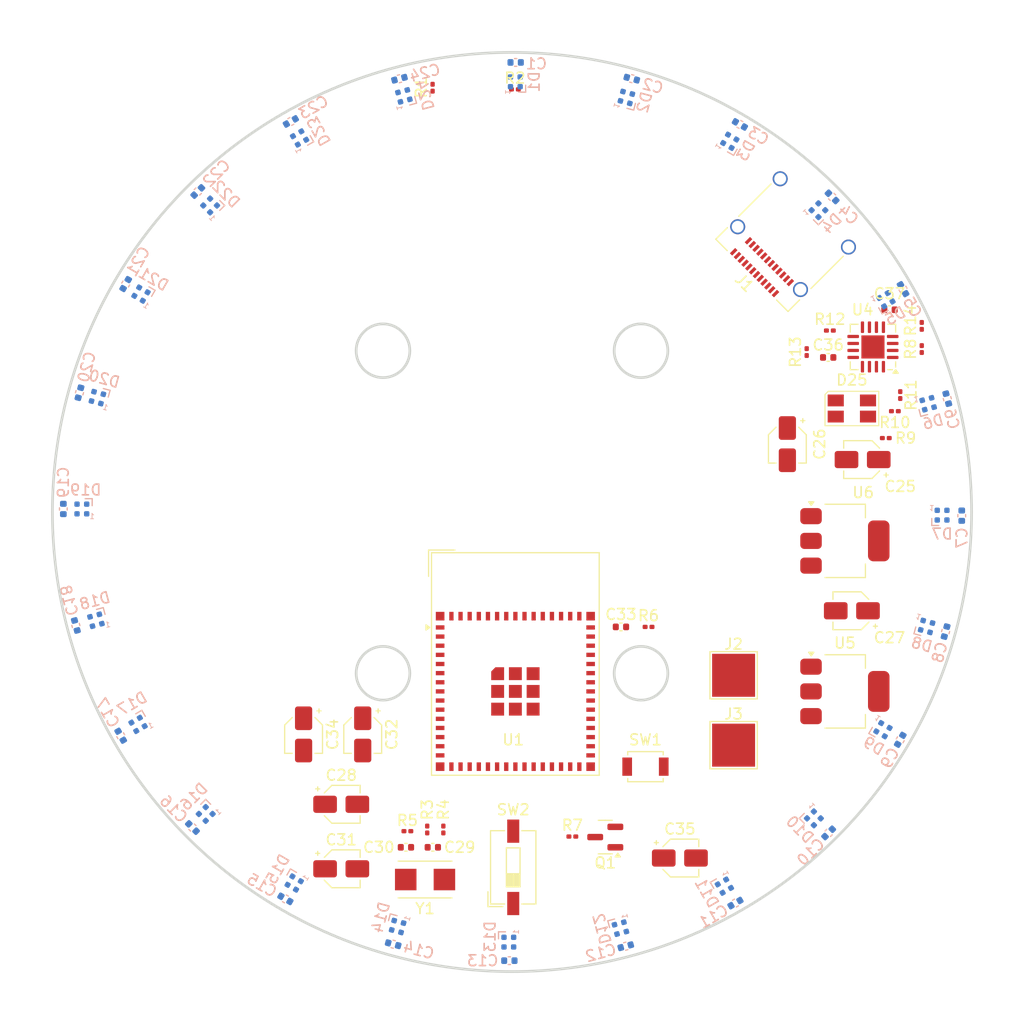
<source format=kicad_pcb>
(kicad_pcb (version 20240108) (generator "pcbnew") (generator_version "8.0")
  (layers (0 "F.Cu" signal) (31 "B.Cu" signal) (34 "B.Paste" user) (35 "F.Paste" user) (36 "B.SilkS" user "B.Silkscreen") (37 "F.SilkS" user "F.Silkscreen") (38 "B.Mask" user) (39 "F.Mask" user) (44 "Edge.Cuts" user))
  (net 0 "")
  (net 1 "GND")
  (net 2 "Net-(D1-DOUT)")
  (net 3 "Net-(D2-DOUT)")
  (net 4 "Net-(D3-DOUT)")
  (net 5 "Net-(D4-DOUT)")
  (net 6 "Net-(D5-DOUT)")
  (net 7 "Net-(D6-DOUT)")
  (net 8 "Net-(D7-DOUT)")
  (net 9 "Net-(D8-DOUT)")
  (net 10 "Net-(D10-DIN)")
  (net 11 "Net-(D10-DOUT)")
  (net 12 "Net-(D11-DOUT)")
  (net 13 "Net-(D12-DOUT)")
  (net 14 "Net-(D13-DOUT)")
  (net 15 "Net-(D14-DOUT)")
  (net 16 "Net-(D15-DOUT)")
  (net 17 "Net-(D16-DOUT)")
  (net 18 "Net-(D17-DOUT)")
  (net 19 "Net-(D18-DOUT)")
  (net 20 "Net-(D19-DOUT)")
  (net 21 "Net-(D20-DOUT)")
  (net 22 "Net-(D21-DOUT)")
  (net 23 "Net-(D22-DOUT)")
  (net 24 "Net-(D23-DOUT)")
  (net 60 "+BATT")
  (net 61 "/LED_Driver/+5V")
  (net 62 "/LED_Driver/DIN")
  (net 63 "/LED_Driver/DOUT")
  (net 64 "Net-(J1-VBUS-PadA4)")
  (net 67 "/+3.3V")
  (net 68 "Net-(D25-A)")
  (net 69 "Net-(D25-GK)")
  (net 70 "Net-(D25-BK)")
  (net 71 "Net-(D25-RK)")
  (net 72 "Net-(C33-Pad2)")
  (net 73 "Net-(U1-IO16)")
  (net 74 "Net-(Q1-G)")
  (net 75 "Net-(U1-EN)")
  (net 76 "Net-(U1-IO15)")
  (net 77 "Net-(SW2-C)")
  (net 80 "Net-(U4-~{CHRG})")
  (net 81 "Net-(U4-NTC)")
  (net 83 "Net-(U4-OUT)")
  (net 85 "Net-(U4-TIMER)")
  (net 86 "Net-(U4-CLPROG)")
  (net 87 "Net-(U4-PROG)")
  (net 88 "Net-(C29-Pad1)")
  (net 89 "Net-(C30-Pad1)")
  (net 90 "Net-(C37-Pad2)")
  (net 91 "Net-(Q1-S)")
  (footprint "Capacitor_SMD:CP_Elec_3x5.4" (layer "F.Cu") (at 23.5 63.5 -90)
    (property "Reference" "C34" (at 0 -2.7 90) (layer "F.SilkS"))
    (property "Value" "C_Polarized")
    (pad "1" smd roundrect (at -1.5 0 270) (size 2.2 1.6) (layers "F.Cu" "F.Paste" "F.Mask") (roundrect_rratio 0.15625) (net 61 "/LED_Driver/+5V"))
    (pad "2" smd roundrect (at 1.5 0 270) (size 2.2 1.6) (layers "F.Cu" "F.Paste" "F.Mask") (roundrect_rratio 0.15625) (net 1 "GND"))
  )
  (footprint "Capacitor_SMD:CP_Elec_3x5.4" (layer "F.Cu") (at 75.5 37.935 180)
    (property "Reference" "C25" (at -3.5 -2.5 0) (layer "F.SilkS"))
    (property "Value" "C_Polarized")
    (pad "1" smd roundrect (at -1.5 0 180) (size 2.2 1.6) (layers "F.Cu" "F.Paste" "F.Mask") (roundrect_rratio 0.15625) (net 61 "/LED_Driver/+5V"))
    (pad "2" smd roundrect (at 1.5 0 180) (size 2.2 1.6) (layers "F.Cu" "F.Paste" "F.Mask") (roundrect_rratio 0.15625) (net 1 "GND"))
  )
  (footprint "Capacitor_SMD:C_0402_1005Metric" (layer "F.Cu") (at 33.02 74)
    (property "Reference" "C30" (at -2.52 0 0) (layer "F.SilkS"))
    (property "Value" "C")
    (pad "1" smd roundrect (at -0.48 0) (size 0.56 0.62) (layers "F.Cu" "F.Paste" "F.Mask") (net 89 "Net-(C30-Pad1)"))
    (pad "2" smd roundrect (at 0.48 0) (size 0.56 0.62) (layers "F.Cu" "F.Paste" "F.Mask") (net 1 "GND"))
  )
  (footprint "Capacitor_SMD:C_0402_1005Metric" (layer "F.Cu") (at 35.52 74 180)
    (property "Reference" "C29" (at -2.5 0 0) (layer "F.SilkS"))
    (property "Value" "C")
    (pad "1" smd roundrect (at -0.48 0 180) (size 0.56 0.62) (layers "F.Cu" "F.Paste" "F.Mask") (net 88 "Net-(C29-Pad1)"))
    (pad "2" smd roundrect (at 0.48 0 180) (size 0.56 0.62) (layers "F.Cu" "F.Paste" "F.Mask") (net 1 "GND"))
  )
  (footprint "Resistor_SMD:R_0201_0603Metric" (layer "F.Cu") (at 70.2975 27.935 90)
    (property "Reference" "R13" (at 0 -1.05 90) (layer "F.SilkS"))
    (property "Value" "97.6k")
    (pad "1" smd roundrect (at -0.32 0 90) (size 0.46 0.4) (layers "F.Cu" "F.Mask") (net 1 "GND"))
    (pad "2" smd roundrect (at 0.32 0 90) (size 0.46 0.4) (layers "F.Cu" "F.Mask") (net 87 "Net-(U4-PROG)"))
  )
  (footprint "Resistor_SMD:R_0201_0603Metric" (layer "F.Cu") (at 33.155 72.5)
    (property "Reference" "R5" (at 0 -1 0) (layer "F.SilkS"))
    (property "Value" "R")
    (pad "1" smd roundrect (at -0.32 0) (size 0.46 0.4) (layers "F.Cu" "F.Mask") (net 89 "Net-(C30-Pad1)"))
    (pad "2" smd roundrect (at 0.32 0) (size 0.46 0.4) (layers "F.Cu" "F.Mask") (net 73 "Net-(U1-IO16)"))
  )
  (footprint "Resistor_SMD:R_0201_0603Metric" (layer "F.Cu") (at 36.5 72.345 90)
    (property "Reference" "R4" (at 1.845 0 90) (layer "F.SilkS"))
    (property "Value" "R")
    (pad "1" smd roundrect (at -0.32 0 90) (size 0.46 0.4) (layers "F.Cu" "F.Mask") (net 88 "Net-(C29-Pad1)"))
    (pad "2" smd roundrect (at 0.32 0 90) (size 0.46 0.4) (layers "F.Cu" "F.Mask") (net 76 "Net-(U1-IO15)"))
  )
  (footprint "LED_SMD:LED_Avago_PLCC4_3.2x2.8mm_CW" (layer "F.Cu") (at 74.5 33.185)
    (property "Reference" "D25" (at 0 -2.65 0) (layer "F.SilkS"))
    (property "Value" "ASMB-MTB0-0A3A2")
    (pad "1" smd rect (at -1.5 -0.75) (size 1.5 1.1) (layers "F.Cu" "F.Paste" "F.Mask") (net 68 "Net-(D25-A)"))
    (pad "2" smd rect (at 1.5 -0.75) (size 1.5 1.1) (layers "F.Cu" "F.Paste" "F.Mask") (net 70 "Net-(D25-BK)"))
    (pad "3" smd rect (at 1.5 0.75) (size 1.5 1.1) (layers "F.Cu" "F.Paste" "F.Mask") (net 69 "Net-(D25-GK)"))
    (pad "4" smd rect (at -1.5 0.75) (size 1.5 1.1) (layers "F.Cu" "F.Paste" "F.Mask") (net 71 "Net-(D25-RK)"))
  )
  (footprint "Capacitor_SMD:CP_Elec_3x5.4" (layer "F.Cu") (at 29 63.5 -90)
    (property "Reference" "C32" (at 0 -2.7 90) (layer "F.SilkS"))
    (property "Value" "10nF")
    (pad "1" smd roundrect (at -1.5 0 270) (size 2.2 1.6) (layers "F.Cu" "F.Paste" "F.Mask") (roundrect_rratio 0.15625) (net 67 "/+3.3V"))
    (pad "2" smd roundrect (at 1.5 0 270) (size 2.2 1.6) (layers "F.Cu" "F.Paste" "F.Mask") (roundrect_rratio 0.15625) (net 1 "GND"))
  )
  (footprint "Resistor_SMD:R_0201_0603Metric" (layer "F.Cu") (at 72.4525 25.935)
    (property "Reference" "R12" (at 0 -1.05 0) (layer "F.SilkS"))
    (property "Value" "97.6k")
    (pad "1" smd roundrect (at -0.32 0) (size 0.46 0.4) (layers "F.Cu" "F.Mask") (net 1 "GND"))
    (pad "2" smd roundrect (at 0.32 0) (size 0.46 0.4) (layers "F.Cu" "F.Mask") (net 86 "Net-(U4-CLPROG)"))
  )
  (footprint "Resistor_SMD:R_0201_0603Metric" (layer "F.Cu") (at 78.5 33.435 180)
    (property "Reference" "R10" (at 0 -1.05 0) (layer "F.SilkS"))
    (property "Value" "R")
    (pad "1" smd roundrect (at -0.32 0 180) (size 0.46 0.4) (layers "F.Cu" "F.Mask") (net 80 "Net-(U4-~{CHRG})"))
    (pad "2" smd roundrect (at 0.32 0 180) (size 0.46 0.4) (layers "F.Cu" "F.Mask") (net 69 "Net-(D25-GK)"))
  )
  (footprint "Capacitor_SMD:CP_Elec_3x5.4" (layer "F.Cu") (at 68.5 36.5 -90)
    (property "Reference" "C26" (at 0 -3 90) (layer "F.SilkS"))
    (property "Value" "C_Polarized")
    (pad "1" smd roundrect (at -1.5 0 270) (size 2.2 1.6) (layers "F.Cu" "F.Paste" "F.Mask") (roundrect_rratio 0.15625) (net 68 "Net-(D25-A)"))
    (pad "2" smd roundrect (at 1.5 0 270) (size 2.2 1.6) (layers "F.Cu" "F.Paste" "F.Mask") (roundrect_rratio 0.15625) (net 1 "GND"))
  )
  (footprint "Crystal:Crystal_SMD_Qantek_QC5CB-2Pin_5x3.2mm" (layer "F.Cu") (at 34.8 77 180)
    (property "Reference" "Y1" (at 0 -2.7 0) (layer "F.SilkS"))
    (property "Value" "Crystal")
    (pad "1" smd rect (at -1.8 0 180) (size 2 2) (layers "F.Cu" "F.Paste" "F.Mask") (net 88 "Net-(C29-Pad1)"))
    (pad "2" smd rect (at 1.8 0 180) (size 2 2) (layers "F.Cu" "F.Paste" "F.Mask") (net 89 "Net-(C30-Pad1)"))
  )
  (footprint "Package_TO_SOT_SMD:SOT-223-3_TabPin2" (layer "F.Cu") (at 73.85 45.5)
    (property "Reference" "U6" (at 1.7025 -4.5 0) (layer "F.SilkS"))
    (property "Value" "AMS1117-5.0")
    (pad "1" smd roundrect (at -3.15 -2.3) (size 2 1.5) (layers "F.Cu" "F.Paste" "F.Mask") (net 1 "GND"))
    (pad "2" smd roundrect (at -3.15 0) (size 2 1.5) (layers "F.Cu" "F.Paste" "F.Mask") (net 61 "/LED_Driver/+5V"))
    (pad "2" smd roundrect (at 3.15 0) (size 2 3.8) (layers "F.Cu" "F.Paste" "F.Mask") (net 61 "/LED_Driver/+5V"))
    (pad "3" smd roundrect (at -3.15 2.3) (size 2 1.5) (layers "F.Cu" "F.Paste" "F.Mask") (net 68 "Net-(D25-A)"))
  )
  (footprint "Capacitor_SMD:C_0402_1005Metric" (layer "F.Cu") (at 78 24)
    (property "Reference" "C37" (at 0 -1.5 0) (layer "F.SilkS"))
    (property "Value" "100nF")
    (pad "1" smd roundrect (at -0.48 0) (size 0.56 0.62) (layers "F.Cu" "F.Paste" "F.Mask") (net 1 "GND"))
    (pad "2" smd roundrect (at 0.48 0) (size 0.56 0.62) (layers "F.Cu" "F.Paste" "F.Mask") (net 90 "Net-(C37-Pad2)"))
  )
  (footprint "Capacitor_SMD:CP_Elec_3x5.4" (layer "F.Cu") (at 74.5 52 180)
    (property "Reference" "C27" (at -3.5 -2.5 0) (layer "F.SilkS"))
    (property "Value" "C_Polarized")
    (pad "1" smd roundrect (at -1.5 0 180) (size 2.2 1.6) (layers "F.Cu" "F.Paste" "F.Mask") (roundrect_rratio 0.15625) (net 67 "/+3.3V"))
    (pad "2" smd roundrect (at 1.5 0 180) (size 2.2 1.6) (layers "F.Cu" "F.Paste" "F.Mask") (roundrect_rratio 0.15625) (net 1 "GND"))
  )
  (footprint "Button_Switch_SMD:SW_SPST_B3U-1000P" (layer "F.Cu") (at 55.3 66.5)
    (property "Reference" "SW1" (at 0 -2.5 0) (layer "F.SilkS"))
    (property "Value" "SW_Push")
    (pad "1" smd rect (at -1.7 0) (size 0.9 1.7) (layers "F.Cu" "F.Paste" "F.Mask") (net 1 "GND"))
    (pad "2" smd rect (at 1.7 0) (size 0.9 1.7) (layers "F.Cu" "F.Paste" "F.Mask") (net 72 "Net-(C33-Pad2)"))
  )
  (footprint "Capacitor_SMD:C_0402_1005Metric" (layer "F.Cu") (at 53.02 53.5)
    (property "Reference" "C33" (at 0 -1.16 0) (layer "F.SilkS"))
    (property "Value" "C")
    (pad "1" smd roundrect (at -0.48 0) (size 0.56 0.62) (layers "F.Cu" "F.Paste" "F.Mask") (net 1 "GND"))
    (pad "2" smd roundrect (at 0.48 0) (size 0.56 0.62) (layers "F.Cu" "F.Paste" "F.Mask") (net 72 "Net-(C33-Pad2)"))
  )
  (footprint "Package_TO_SOT_SMD:SOT-23" (layer "F.Cu") (at 51.5625 73.05 180)
    (property "Reference" "Q1" (at 0 -2.4 0) (layer "F.SilkS"))
    (property "Value" "Q_NMOS_DGS")
    (pad "1" smd roundrect (at -0.9375 -0.95 180) (size 1.475 0.6) (layers "F.Cu" "F.Paste" "F.Mask") (net 61 "/LED_Driver/+5V"))
    (pad "2" smd roundrect (at -0.9375 0.95 180) (size 1.475 0.6) (layers "F.Cu" "F.Paste" "F.Mask") (net 74 "Net-(Q1-G)"))
    (pad "3" smd roundrect (at 0.9375 0 180) (size 1.475 0.6) (layers "F.Cu" "F.Paste" "F.Mask") (net 91 "Net-(Q1-S)"))
  )
  (footprint "Resistor_SMD:R_0201_0603Metric" (layer "F.Cu") (at 81 27.655 90)
    (property "Reference" "R8" (at 0 -1.05 90) (layer "F.SilkS"))
    (property "Value" "R")
    (pad "1" smd roundrect (at -0.32 0 90) (size 0.46 0.4) (layers "F.Cu" "F.Mask") (net 68 "Net-(D25-A)"))
    (pad "2" smd roundrect (at 0.32 0 90) (size 0.46 0.4) (layers "F.Cu" "F.Mask") (net 83 "Net-(U4-OUT)"))
  )
  (footprint "Capacitor_SMD:CP_Elec_3x5.4" (layer "F.Cu") (at 58.5 75)
    (property "Reference" "C35" (at 0 -2.7 0) (layer "F.SilkS"))
    (property "Value" "10uF")
    (pad "1" smd roundrect (at -1.5 0) (size 2.2 1.6) (layers "F.Cu" "F.Paste" "F.Mask") (roundrect_rratio 0.15625) (net 68 "Net-(D25-A)"))
    (pad "2" smd roundrect (at 1.5 0) (size 2.2 1.6) (layers "F.Cu" "F.Paste" "F.Mask") (roundrect_rratio 0.15625) (net 1 "GND"))
  )
  (footprint "Capacitor_SMD:CP_Elec_3x5.4" (layer "F.Cu") (at 27 70)
    (property "Reference" "C28" (at 0 -2.7 0) (layer "F.SilkS"))
    (property "Value" "C_Polarized")
    (pad "1" smd roundrect (at -1.5 0) (size 2.2 1.6) (layers "F.Cu" "F.Paste" "F.Mask") (roundrect_rratio 0.15625) (net 68 "Net-(D25-A)"))
    (pad "2" smd roundrect (at 1.5 0) (size 2.2 1.6) (layers "F.Cu" "F.Paste" "F.Mask") (roundrect_rratio 0.15625) (net 1 "GND"))
  )
  (footprint "Resistor_SMD:R_0201_0603Metric" (layer "F.Cu") (at 81 25.5 90)
    (property "Reference" "R14" (at 0.5 -1.05 90) (layer "F.SilkS"))
    (property "Value" "1")
    (pad "1" smd roundrect (at -0.32 0 90) (size 0.46 0.4) (layers "F.Cu" "F.Mask") (net 64 "Net-(J1-VBUS-PadA4)"))
    (pad "2" smd roundrect (at 0.32 0 90) (size 0.46 0.4) (layers "F.Cu" "F.Mask") (net 90 "Net-(C37-Pad2)"))
  )
  (footprint "Resistor_SMD:R_0201_0603Metric" (layer "F.Cu") (at 35.5 3.345 90)
    (property "Reference" "R1" (at 0 -1.05 90) (layer "F.SilkS"))
    (property "Value" "R")
    (pad "1" smd roundrect (at -0.32 0 90) (size 0.46 0.4) (layers "F.Cu" "F.Mask") (net 63 "/LED_Driver/DOUT"))
    (pad "2" smd roundrect (at 0.32 0 90) (size 0.46 0.4) (layers "F.Cu" "F.Mask") (net 1 "GND"))
  )
  (footprint "TestPoint:TestPoint_Pad_4.0x4.0mm" (layer "F.Cu") (at 63.5 64.5)
    (property "Reference" "J3" (at 0 -2.898 0) (layer "F.SilkS"))
    (property "Value" "Conn_01x01")
    (pad "1" smd rect (at 0 0) (size 4 4) (layers "F.Cu" "F.Mask") (net 1 "GND"))
  )
  (footprint "Resistor_SMD:R_0201_0603Metric" (layer "F.Cu") (at 43.155 3.5)
    (property "Reference" "R2" (at 0 -1.05 0) (layer "F.SilkS"))
    (property "Value" "R")
    (pad "1" smd roundrect (at -0.32 0) (size 0.46 0.4) (layers "F.Cu" "F.Mask") (net 91 "Net-(Q1-S)"))
    (pad "2" smd roundrect (at 0.32 0) (size 0.46 0.4) (layers "F.Cu" "F.Mask") (net 62 "/LED_Driver/DIN"))
  )
  (footprint "TestPoint:TestPoint_Pad_4.0x4.0mm" (layer "F.Cu") (at 63.5 58)
    (property "Reference" "J2" (at 0 -2.898 0) (layer "F.SilkS"))
    (property "Value" "Conn_01x01")
    (pad "1" smd rect (at 0 0) (size 4 4) (layers "F.Cu" "F.Mask") (net 60 "+BATT"))
  )
  (footprint "Capacitor_SMD:C_0402_1005Metric" (layer "F.Cu") (at 72.2975 28.435)
    (property "Reference" "C36" (at 0 -1.16 0) (layer "F.SilkS"))
    (property "Value" "100nF")
    (pad "1" smd roundrect (at -0.48 0) (size 0.56 0.62) (layers "F.Cu" "F.Paste" "F.Mask") (net 1 "GND"))
    (pad "2" smd roundrect (at 0.48 0) (size 0.56 0.62) (layers "F.Cu" "F.Paste" "F.Mask") (net 85 "Net-(U4-TIMER)"))
  )
  (footprint "Package_DFN_QFN:QFN-16-1EP_4x4mm_P0.65mm_EP2.15x2.15mm" (layer "F.Cu") (at 76.46 27.46 180)
    (property "Reference" "U4" (at 0.96 3.46 0) (layer "F.SilkS"))
    (property "Value" "LTC4055")
    (pad "1" smd roundrect (at -1.8375 -0.975 180) (size 1.075 0.3) (layers "F.Cu" "F.Paste" "F.Mask") (net 64 "Net-(J1-VBUS-PadA4)"))
    (pad "2" smd roundrect (at -1.8375 -0.325 180) (size 1.075 0.3) (layers "F.Cu" "F.Paste" "F.Mask") (net 60 "+BATT"))
    (pad "3" smd roundrect (at -1.8375 0.325 180) (size 1.075 0.3) (layers "F.Cu" "F.Paste" "F.Mask") (net 83 "Net-(U4-OUT)"))
    (pad "4" smd roundrect (at -1.8375 0.975 180) (size 1.075 0.3) (layers "F.Cu" "F.Paste" "F.Mask") (net 64 "Net-(J1-VBUS-PadA4)"))
    (pad "5" smd roundrect (at -0.975 1.8375 180) (size 0.3 1.075) (layers "F.Cu" "F.Paste" "F.Mask") (net 81 "Net-(U4-NTC)"))
    (pad "6" smd roundrect (at -0.325 1.8375 180) (size 0.3 1.075) (layers "F.Cu" "F.Paste" "F.Mask") (net 81 "Net-(U4-NTC)"))
    (pad "7" smd roundrect (at 0.325 1.8375 180) (size 0.3 1.075) (layers "F.Cu" "F.Paste" "F.Mask"))
    (pad "8" smd roundrect (at 0.975 1.8375 180) (size 0.3 1.075) (layers "F.Cu" "F.Paste" "F.Mask"))
    (pad "9" smd roundrect (at 1.8375 0.975 180) (size 1.075 0.3) (layers "F.Cu" "F.Paste" "F.Mask") (net 86 "Net-(U4-CLPROG)"))
    (pad "10" smd roundrect (at 1.8375 0.325 180) (size 1.075 0.3) (layers "F.Cu" "F.Paste" "F.Mask") (net 1 "GND"))
    (pad "11" smd roundrect (at 1.8375 -0.325 180) (size 1.075 0.3) (layers "F.Cu" "F.Paste" "F.Mask") (net 87 "Net-(U4-PROG)"))
    (pad "12" smd roundrect (at 1.8375 -0.975 180) (size 1.075 0.3) (layers "F.Cu" "F.Paste" "F.Mask") (net 85 "Net-(U4-TIMER)"))
    (pad "13" smd roundrect (at 0.975 -1.8375 180) (size 0.3 1.075) (layers "F.Cu" "F.Paste" "F.Mask"))
    (pad "14" smd roundrect (at 0.325 -1.8375 180) (size 0.3 1.075) (layers "F.Cu" "F.Paste" "F.Mask") (net 80 "Net-(U4-~{CHRG})"))
    (pad "15" smd roundrect (at -0.325 -1.8375 180) (size 0.3 1.075) (layers "F.Cu" "F.Paste" "F.Mask"))
    (pad "16" smd roundrect (at -0.975 -1.8375 180) (size 0.3 1.075) (layers "F.Cu" "F.Paste" "F.Mask") (net 81 "Net-(U4-NTC)"))
    (pad "17" smd rect (at 0 0 180) (size 2.15 2.15) (property pad_prop_heatsink) (layers "F.Cu" "F.Mask") (net 1 "GND"))
  )
  (footprint "Resistor_SMD:R_0201_0603Metric" (layer "F.Cu") (at 77.655 35.935 180)
    (property "Reference" "R9" (at -1.845 0 0) (layer "F.SilkS"))
    (property "Value" "R")
    (pad "1" smd roundrect (at -0.32 0 180) (size 0.46 0.4) (layers "F.Cu" "F.Mask") (net 80 "Net-(U4-~{CHRG})"))
    (pad "2" smd roundrect (at 0.32 0 180) (size 0.46 0.4) (layers "F.Cu" "F.Mask") (net 71 "Net-(D25-RK)"))
  )
  (footprint "Package_TO_SOT_SMD:SOT-223-3_TabPin2" (layer "F.Cu") (at 73.85 59.5)
    (property "Reference" "U5" (at 0 -4.5 0) (layer "F.SilkS"))
    (property "Value" "AMS1117-3.3")
    (pad "1" smd roundrect (at -3.15 -2.3) (size 2 1.5) (layers "F.Cu" "F.Paste" "F.Mask") (net 1 "GND"))
    (pad "2" smd roundrect (at -3.15 0) (size 2 1.5) (layers "F.Cu" "F.Paste" "F.Mask") (net 67 "/+3.3V"))
    (pad "2" smd roundrect (at 3.15 0) (size 2 3.8) (layers "F.Cu" "F.Paste" "F.Mask") (net 67 "/+3.3V"))
    (pad "3" smd roundrect (at -3.15 2.3) (size 2 1.5) (layers "F.Cu" "F.Paste" "F.Mask") (net 68 "Net-(D25-A)"))
  )
  (footprint "Resistor_SMD:R_0201_0603Metric" (layer "F.Cu") (at 48.5 73)
    (property "Reference" "R7" (at 0 -1.05 0) (layer "F.SilkS"))
    (property "Value" "R")
    (pad "1" smd roundrect (at -0.32 0) (size 0.46 0.4) (layers "F.Cu" "F.Mask") (net 1 "GND"))
    (pad "2" smd roundrect (at 0.32 0) (size 0.46 0.4) (layers "F.Cu" "F.Mask") (net 91 "Net-(Q1-S)"))
  )
  (footprint "Resistor_SMD:R_0201_0603Metric" (layer "F.Cu") (at 79 31.935 90)
    (property "Reference" "R11" (at 0 1 90) (layer "F.SilkS"))
    (property "Value" "R")
    (pad "1" smd roundrect (at -0.32 0 90) (size 0.46 0.4) (layers "F.Cu" "F.Mask") (net 80 "Net-(U4-~{CHRG})"))
    (pad "2" smd roundrect (at 0.32 0 90) (size 0.46 0.4) (layers "F.Cu" "F.Mask") (net 70 "Net-(D25-BK)"))
  )
  (footprint "Resistor_SMD:R_0201_0603Metric" (layer "F.Cu") (at 35 72.345 -90)
    (property "Reference" "R3" (at -1.845 0 90) (layer "F.SilkS"))
    (property "Value" "R")
    (pad "1" smd roundrect (at -0.32 0 270) (size 0.46 0.4) (layers "F.Cu" "F.Mask") (net 88 "Net-(C29-Pad1)"))
    (pad "2" smd roundrect (at 0.32 0 270) (size 0.46 0.4) (layers "F.Cu" "F.Mask") (net 89 "Net-(C30-Pad1)"))
  )
  (footprint "RF_Module:ESP32-S2-MINI-1" (layer "F.Cu") (at 43.2 56.95)
    (property "Reference" "U1" (at -0.2 7.05 0) (layer "F.SilkS"))
    (property "Value" "ESP32-S3-MINI-1")
    (pad "1" smd rect (at -7 -3.4) (size 0.8 0.4) (layers "F.Cu" "F.Paste" "F.Mask") (net 1 "GND"))
    (pad "2" smd rect (at -7 -2.55) (size 0.8 0.4) (layers "F.Cu" "F.Paste" "F.Mask") (net 1 "GND"))
    (pad "3" smd rect (at -7 -1.7) (size 0.8 0.4) (layers "F.Cu" "F.Paste" "F.Mask") (net 67 "/+3.3V"))
    (pad "4" smd rect (at -7 -0.85) (size 0.8 0.4) (layers "F.Cu" "F.Paste" "F.Mask") (net 77 "Net-(SW2-C)"))
    (pad "5" smd rect (at -7 0) (size 0.8 0.4) (layers "F.Cu" "F.Paste" "F.Mask"))
    (pad "6" smd rect (at -7 0.85) (size 0.8 0.4) (layers "F.Cu" "F.Paste" "F.Mask"))
    (pad "7" smd rect (at -7 1.7) (size 0.8 0.4) (layers "F.Cu" "F.Paste" "F.Mask"))
    (pad "8" smd rect (at -7 2.55) (size 0.8 0.4) (layers "F.Cu" "F.Paste" "F.Mask"))
    (pad "9" smd rect (at -7 3.4) (size 0.8 0.4) (layers "F.Cu" "F.Paste" "F.Mask"))
    (pad "10" smd rect (at -7 4.25) (size 0.8 0.4) (layers "F.Cu" "F.Paste" "F.Mask"))
    (pad "11" smd rect (at -7 5.1) (size 0.8 0.4) (layers "F.Cu" "F.Paste" "F.Mask"))
    (pad "12" smd rect (at -7 5.95) (size 0.8 0.4) (layers "F.Cu" "F.Paste" "F.Mask"))
    (pad "13" smd rect (at -7 6.8) (size 0.8 0.4) (layers "F.Cu" "F.Paste" "F.Mask"))
    (pad "14" smd rect (at -7 7.65) (size 0.8 0.4) (layers "F.Cu" "F.Paste" "F.Mask"))
    (pad "15" smd rect (at -7 8.5) (size 0.8 0.4) (layers "F.Cu" "F.Paste" "F.Mask"))
    (pad "16" smd rect (at -5.95 9.55 90) (size 0.8 0.4) (layers "F.Cu" "F.Paste" "F.Mask"))
    (pad "17" smd rect (at -5.1 9.55 90) (size 0.8 0.4) (layers "F.Cu" "F.Paste" "F.Mask"))
    (pad "18" smd rect (at -4.25 9.55 90) (size 0.8 0.4) (layers "F.Cu" "F.Paste" "F.Mask"))
    (pad "19" smd rect (at -3.4 9.55 90) (size 0.8 0.4) (layers "F.Cu" "F.Paste" "F.Mask") (net 76 "Net-(U1-IO15)"))
    (pad "20" smd rect (at -2.55 9.55 90) (size 0.8 0.4) (layers "F.Cu" "F.Paste" "F.Mask") (net 73 "Net-(U1-IO16)"))
    (pad "21" smd rect (at -1.7 9.55 90) (size 0.8 0.4) (layers "F.Cu" "F.Paste" "F.Mask"))
    (pad "22" smd rect (at -0.85 9.55 90) (size 0.8 0.4) (layers "F.Cu" "F.Paste" "F.Mask"))
    (pad "23" smd rect (at 0 9.55 90) (size 0.8 0.4) (layers "F.Cu" "F.Paste" "F.Mask"))
    (pad "24" smd rect (at 0.85 9.55 90) (size 0.8 0.4) (layers "F.Cu" "F.Paste" "F.Mask"))
    (pad "25" smd rect (at 1.7 9.55 90) (size 0.8 0.4) (layers "F.Cu" "F.Paste" "F.Mask") (net 74 "Net-(Q1-G)"))
    (pad "26" smd rect (at 2.55 9.55 90) (size 0.8 0.4) (layers "F.Cu" "F.Paste" "F.Mask"))
    (pad "27" smd rect (at 3.4 9.55 90) (size 0.8 0.4) (layers "F.Cu" "F.Paste" "F.Mask"))
    (pad "28" smd rect (at 4.25 9.55 90) (size 0.8 0.4) (layers "F.Cu" "F.Paste" "F.Mask"))
    (pad "29" smd rect (at 5.1 9.55 90) (size 0.8 0.4) (layers "F.Cu" "F.Paste" "F.Mask"))
    (pad "30" smd rect (at 5.95 9.55 90) (size 0.8 0.4) (layers "F.Cu" "F.Paste" "F.Mask"))
    (pad "31" smd rect (at 7 8.5) (size 0.8 0.4) (layers "F.Cu" "F.Paste" "F.Mask"))
    (pad "32" smd rect (at 7 7.65) (size 0.8 0.4) (layers "F.Cu" "F.Paste" "F.Mask"))
    (pad "33" smd rect (at 7 6.8) (size 0.8 0.4) (layers "F.Cu" "F.Paste" "F.Mask"))
    (pad "34" smd rect (at 7 5.95) (size 0.8 0.4) (layers "F.Cu" "F.Paste" "F.Mask"))
    (pad "35" smd rect (at 7 5.1) (size 0.8 0.4) (layers "F.Cu" "F.Paste" "F.Mask"))
    (pad "36" smd rect (at 7 4.25) (size 0.8 0.4) (layers "F.Cu" "F.Paste" "F.Mask"))
    (pad "37" smd rect (at 7 3.4) (size 0.8 0.4) (layers "F.Cu" "F.Paste" "F.Mask"))
    (pad "38" smd rect (at 7 2.55) (size 0.8 0.4) (layers "F.Cu" "F.Paste" "F.Mask"))
    (pad "39" smd rect (at 7 1.7) (size 0.8 0.4) (layers "F.Cu" "F.Paste" "F.Mask"))
    (pad "40" smd rect (at 7 0.85) (size 0.8 0.4) (layers "F.Cu" "F.Paste" "F.Mask"))
    (pad "41" smd rect (at 7 0) (size 0.8 0.4) (layers "F.Cu" "F.Paste" "F.Mask"))
    (pad "42" smd rect (at 7 -0.85) (size 0.8 0.4) (layers "F.Cu" "F.Paste" "F.Mask") (net 1 "GND"))
    (pad "43" smd rect (at 7 -1.7) (size 0.8 0.4) (layers "F.Cu" "F.Paste" "F.Mask") (net 1 "GND"))
    (pad "44" smd rect (at 7 -2.55) (size 0.8 0.4) (layers "F.Cu" "F.Paste" "F.Mask"))
    (pad "45" smd rect (at 7 -3.4) (size 0.8 0.4) (layers "F.Cu" "F.Paste" "F.Mask") (net 75 "Net-(U1-EN)"))
    (pad "46" smd rect (at 5.95 -4.45 90) (size 0.8 0.4) (layers "F.Cu" "F.Paste" "F.Mask") (net 1 "GND"))
    (pad "47" smd rect (at 5.1 -4.45 90) (size 0.8 0.4) (layers "F.Cu" "F.Paste" "F.Mask") (net 1 "GND"))
    (pad "48" smd rect (at 4.25 -4.45 90) (size 0.8 0.4) (layers "F.Cu" "F.Paste" "F.Mask") (net 1 "GND"))
    (pad "49" smd rect (at 3.4 -4.45 90) (size 0.8 0.4) (layers "F.Cu" "F.Paste" "F.Mask") (net 1 "GND"))
    (pad "50" smd rect (at 2.55 -4.45 90) (size 0.8 0.4) (layers "F.Cu" "F.Paste" "F.Mask") (net 1 "GND"))
    (pad "51" smd rect (at 1.7 -4.45 90) (size 0.8 0.4) (layers "F.Cu" "F.Paste" "F.Mask") (net 1 "GND"))
    (pad "52" smd rect (at 0.85 -4.45 90) (size 0.8 0.4) (layers "F.Cu" "F.Paste" "F.Mask") (net 1 "GND"))
    (pad "53" smd rect (at 0 -4.45 90) (size 0.8 0.4) (layers "F.Cu" "F.Paste" "F.Mask") (net 1 "GND"))
    (pad "54" smd rect (at -0.85 -4.45 90) (size 0.8 0.4) (layers "F.Cu" "F.Paste" "F.Mask") (net 1 "GND"))
    (pad "55" smd rect (at -1.7 -4.45 90) (size 0.8 0.4) (layers "F.Cu" "F.Paste" "F.Mask") (net 1 "GND"))
    (pad "56" smd rect (at -2.55 -4.45 90) (size 0.8 0.4) (layers "F.Cu" "F.Paste" "F.Mask") (net 1 "GND"))
    (pad "57" smd rect (at -3.4 -4.45 90) (size 0.8 0.4) (layers "F.Cu" "F.Paste" "F.Mask") (net 1 "GND"))
    (pad "58" smd rect (at -4.25 -4.45 90) (size 0.8 0.4) (layers "F.Cu" "F.Paste" "F.Mask") (net 1 "GND"))
    (pad "59" smd rect (at -5.1 -4.45 90) (size 0.8 0.4) (layers "F.Cu" "F.Paste" "F.Mask") (net 1 "GND"))
    (pad "60" smd rect (at -5.95 -4.45 90) (size 0.8 0.4) (layers "F.Cu" "F.Paste" "F.Mask") (net 1 "GND"))
    (pad "61" smd roundrect (at -1.65 0.9) (size 1.2 1.2) (layers "F.Cu" "F.Paste" "F.Mask") (roundrect_rratio 0) (chamfer_ratio 0.33) (chamfer top_left) (net 1 "GND"))
    (pad "61" smd rect (at -1.65 2.55) (size 1.2 1.2) (layers "F.Cu" "F.Paste" "F.Mask") (net 1 "GND"))
    (pad "61" smd rect (at -1.65 4.2) (size 1.2 1.2) (layers "F.Cu" "F.Paste" "F.Mask") (net 1 "GND"))
    (pad "61" smd rect (at 0 0.9) (size 1.2 1.2) (layers "F.Cu" "F.Paste" "F.Mask") (net 1 "GND"))
    (pad "61" smd rect (at 0 2.55) (size 1.2 1.2) (layers "F.Cu" "F.Paste" "F.Mask") (net 1 "GND"))
    (pad "61" smd rect (at 0 4.2) (size 1.2 1.2) (layers "F.Cu" "F.Paste" "F.Mask") (net 1 "GND"))
    (pad "61" smd rect (at 1.65 0.9) (size 1.2 1.2) (layers "F.Cu" "F.Paste" "F.Mask") (net 1 "GND"))
    (pad "61" smd rect (at 1.65 2.55) (size 1.2 1.2) (layers "F.Cu" "F.Paste" "F.Mask") (net 1 "GND"))
    (pad "61" smd rect (at 1.65 4.2) (size 1.2 1.2) (layers "F.Cu" "F.Paste" "F.Mask") (net 1 "GND"))
    (pad "62" smd rect (at -7 -4.45) (size 0.8 0.8) (layers "F.Cu" "F.Paste" "F.Mask") (net 1 "GND"))
    (pad "63" smd rect (at -7 9.55) (size 0.8 0.8) (layers "F.Cu" "F.Paste" "F.Mask") (net 1 "GND"))
    (pad "64" smd rect (at 7 9.55) (size 0.8 0.8) (layers "F.Cu" "F.Paste" "F.Mask") (net 1 "GND"))
    (pad "65" smd rect (at 7 -4.45) (size 0.8 0.8) (layers "F.Cu" "F.Paste" "F.Mask") (net 1 "GND"))
  )
  (footprint "Button_Switch_SMD:SW_DIP_SPSTx01_Slide_6.7x4.1mm_W6.73mm_P2.54mm_LowProfile_JPin" (layer "F.Cu") (at 43 75.865 90)
    (property "Reference" "SW2" (at 5.365 0 180) (layer "F.SilkS"))
    (property "Value" "SW_SPDT")
    (pad "1" smd rect (at -3.365 0 90) (size 2.16 1.12) (layers "F.Cu" "F.Paste" "F.Mask"))
    (pad "2" smd rect (at 3.365 0 90) (size 2.16 1.12) (layers "F.Cu" "F.Paste" "F.Mask") (net 1 "GND"))
  )
  (footprint "Resistor_SMD:R_0201_0603Metric" (layer "F.Cu") (at 55.5875 53.5)
    (property "Reference" "R6" (at 0 -1.05 0) (layer "F.SilkS"))
    (property "Value" "R")
    (pad "1" smd roundrect (at -0.32 0) (size 0.46 0.4) (layers "F.Cu" "F.Mask") (net 72 "Net-(C33-Pad2)"))
    (pad "2" smd roundrect (at 0.32 0) (size 0.46 0.4) (layers "F.Cu" "F.Mask") (net 75 "Net-(U1-EN)"))
  )
  (footprint "Connector_USB:USB_C_Receptacle_Amphenol_12401610E4-2A_CircularHoles" (layer "F.Cu") (at 69 17 135)
    (property "Reference" "J1" (at 0 -6.36 135) (layer "F.SilkS"))
    (property "Value" "USB_C_Receptacle_PowerOnly_24P")
    (pad "" np_thru_hole circle (at -3.6 -4.36 135) (size 0.65 0.65) (drill 0.65) (layers "*.Cu" "*.Mask"))
    (pad "" np_thru_hole circle (at 3.6 -4.36 135) (size 0.95 0.95) (drill 0.95) (layers "*.Cu" "*.Mask"))
    (pad "A1" smd rect (at -2.75 -5.02 135) (size 0.3 0.7) (layers "F.Cu" "F.Paste" "F.Mask") (net 1 "GND"))
    (pad "A2" smd rect (at -2.25 -5.02 135) (size 0.3 0.7) (layers "F.Cu" "F.Paste" "F.Mask"))
    (pad "A3" smd rect (at -1.75 -5.02 135) (size 0.3 0.7) (layers "F.Cu" "F.Paste" "F.Mask"))
    (pad "A4" smd rect (at -1.25 -5.020001 135) (size 0.3 0.7) (layers "F.Cu" "F.Paste" "F.Mask") (net 64 "Net-(J1-VBUS-PadA4)"))
    (pad "A5" smd rect (at -0.75 -5.02 135) (size 0.3 0.7) (layers "F.Cu" "F.Paste" "F.Mask"))
    (pad "A6" smd rect (at -0.25 -5.02 135) (size 0.3 0.7) (layers "F.Cu" "F.Paste" "F.Mask"))
    (pad "A7" smd rect (at 0.25 -5.02 135) (size 0.3 0.7) (layers "F.Cu" "F.Paste" "F.Mask"))
    (pad "A8" smd rect (at 0.75 -5.02 135) (size 0.3 0.7) (layers "F.Cu" "F.Paste" "F.Mask"))
    (pad "A9" smd rect (at 1.25 -5.020001 135) (size 0.3 0.7) (layers "F.Cu" "F.Paste" "F.Mask") (net 64 "Net-(J1-VBUS-PadA4)"))
    (pad "A10" smd rect (at 1.75 -5.02 135) (size 0.3 0.7) (layers "F.Cu" "F.Paste" "F.Mask"))
    (pad "A11" smd rect (at 2.25 -5.02 135) (size 0.3 0.7) (layers "F.Cu" "F.Paste" "F.Mask"))
    (pad "A12" smd rect (at 2.75 -5.02 135) (size 0.3 0.7) (layers "F.Cu" "F.Paste" "F.Mask") (net 1 "GND"))
    (pad "B1" smd rect (at 2.499999 -3.32 135) (size 0.3 0.7) (layers "F.Cu" "F.Paste" "F.Mask") (net 1 "GND"))
    (pad "B2" smd rect (at 2 -3.32 135) (size 0.3 0.7) (layers "F.Cu" "F.Paste" "F.Mask"))
    (pad "B3" smd rect (at 1.5 -3.32 135) (size 0.3 0.7) (layers "F.Cu" "F.Paste" "F.Mask"))
    (pad "B4" smd rect (at 1 -3.32 135) (size 0.3 0.7) (layers "F.Cu" "F.Paste" "F.Mask") (net 64 "Net-(J1-VBUS-PadA4)"))
    (pad "B5" smd rect (at 0.5 -3.32 135) (size 0.3 0.7) (layers "F.Cu" "F.Paste" "F.Mask"))
    (pad "B6" smd rect (at 0 -3.320001 135) (size 0.3 0.7) (layers "F.Cu" "F.Paste" "F.Mask"))
    (pad "B7" smd rect (at -0.5 -3.32 135) (size 0.3 0.7) (layers "F.Cu" "F.Paste" "F.Mask"))
    (pad "B8" smd rect (at -1 -3.32 135) (size 0.3 0.7) (layers "F.Cu" "F.Paste" "F.Mask"))
    (pad "B9" smd rect (at -1.5 -3.32 135) (size 0.3 0.7) (layers "F.Cu" "F.Paste" "F.Mask") (net 64 "Net-(J1-VBUS-PadA4)"))
    (pad "B10" smd rect (at -2 -3.32 135) (size 0.3 0.7) (layers "F.Cu" "F.Paste" "F.Mask"))
    (pad "B11" smd rect (at -2.499999 -3.32 135) (size 0.3 0.7) (layers "F.Cu" "F.Paste" "F.Mask"))
    (pad "B12" smd rect (at -3 -3.32 135) (size 0.3 0.7) (layers "F.Cu" "F.Paste" "F.Mask") (net 1 "GND"))
    (pad "S1" thru_hole circle (at -4.49 2.84 135) (size 1.4 1.4) (drill 1.1) (layers "*.Cu" "*.Mask") (net 1 "GND"))
    (pad "S1" thru_hole circle (at -4.13 -3.11 135) (size 1.4 1.4) (drill 1.1) (layers "*.Cu" "*.Mask") (net 1 "GND"))
    (pad "S1" thru_hole circle (at 4.13 -3.11 135) (size 1.4 1.4) (drill 1.1) (layers "*.Cu" "*.Mask") (net 1 "GND"))
    (pad "S1" thru_hole circle (at 4.49 2.84 135) (size 1.4 1.4) (drill 1.1) (layers "*.Cu" "*.Mask") (net 1 "GND"))
  )
  (footprint "Capacitor_SMD:CP_Elec_3x5.4" (layer "F.Cu") (at 27 76)
    (property "Reference" "C31" (at 0 -2.7 0) (layer "F.SilkS"))
    (property "Value" "1uF")
    (pad "1" smd roundrect (at -1.5 0) (size 2.2 1.6) (layers "F.Cu" "F.Paste" "F.Mask") (roundrect_rratio 0.15625) (net 67 "/+3.3V"))
    (pad "2" smd roundrect (at 1.5 0) (size 2.2 1.6) (layers "F.Cu" "F.Paste" "F.Mask") (roundrect_rratio 0.15625) (net 1 "GND"))
  )
  (footprint "LED_SMD:LED_SK6812_EC15_1.5x1.5mm" (layer "B.Cu") (at 22.6273 77.3235 -120)
    (property "Reference" "D15" (at -0.350459 1.960082 60) (layer "B.SilkS") (effects (justify mirror)))
    (property "Value" "NeoPixel_THT")
    (fp_text user "1" (at -0.95 -0.68 60) (layer "B.SilkS") (effects (font (size 0.5 0.5) (thickness 0.075)) (justify mirror)))
    (pad "1" smd roundrect (at -0.45 -0.449999 150) (size 0.5 0.5) (layers "B.Cu" "B.Paste" "B.Mask") (net 16 "Net-(D15-DOUT)"))
    (pad "2" smd roundrect (at 0.449999 -0.45 150) (size 0.5 0.5) (layers "B.Cu" "B.Paste" "B.Mask") (net 1 "GND"))
    (pad "3" smd roundrect (at 0.45 0.449999 150) (size 0.5 0.5) (layers "B.Cu" "B.Paste" "B.Mask") (net 61 "/LED_Driver/+5V"))
    (pad "4" smd roundrect (at -0.449999 0.45 150) (size 0.5 0.5) (layers "B.Cu" "B.Paste" "B.Mask") (net 15 "Net-(D14-DOUT)"))
  )
  (footprint "LED_SMD:LED_SK6812_EC15_1.5x1.5mm" (layer "B.Cu") (at 32.8294 4.1075 105)
    (property "Reference" "D24" (at -0.424551 1.863758 105) (layer "B.SilkS") (effects (justify mirror)))
    (property "Value" "NeoPixel_THT")
    (fp_text user "1" (at -0.95 -0.680001 -75) (layer "B.SilkS") (effects (font (size 0.5 0.5) (thickness 0.075)) (justify mirror)))
    (pad "1" smd roundrect (at -0.45 -0.45 15) (size 0.5 0.5) (layers "B.Cu" "B.Paste" "B.Mask") (net 63 "/LED_Driver/DOUT"))
    (pad "2" smd roundrect (at 0.45 -0.45 15) (size 0.5 0.5) (layers "B.Cu" "B.Paste" "B.Mask") (net 1 "GND"))
    (pad "3" smd roundrect (at 0.45 0.45 15) (size 0.5 0.5) (layers "B.Cu" "B.Paste" "B.Mask") (net 61 "/LED_Driver/+5V"))
    (pad "4" smd roundrect (at -0.45 0.45 15) (size 0.5 0.5) (layers "B.Cu" "B.Paste" "B.Mask") (net 24 "Net-(D23-DOUT)"))
  )
  (footprint "LED_SMD:LED_SK6812_EC15_1.5x1.5mm" (layer "B.Cu") (at 23.1263 8.021 120)
    (property "Reference" "D23" (at -0.336431 1.790151 120) (layer "B.SilkS") (effects (justify mirror)))
    (property "Value" "NeoPixel_THT")
    (fp_text user "1" (at -0.95 -0.68 -60) (layer "B.SilkS") (effects (font (size 0.5 0.5) (thickness 0.075)) (justify mirror)))
    (pad "1" smd roundrect (at -0.449999 -0.45 30) (size 0.5 0.5) (layers "B.Cu" "B.Paste" "B.Mask") (net 24 "Net-(D23-DOUT)"))
    (pad "2" smd roundrect (at 0.45 -0.449999 30) (size 0.5 0.5) (layers "B.Cu" "B.Paste" "B.Mask") (net 1 "GND"))
    (pad "3" smd roundrect (at 0.449999 0.45 30) (size 0.5 0.5) (layers "B.Cu" "B.Paste" "B.Mask") (net 61 "/LED_Driver/+5V"))
    (pad "4" smd roundrect (at -0.45 0.449999 30) (size 0.5 0.5) (layers "B.Cu" "B.Paste" "B.Mask") (net 23 "Net-(D22-DOUT)"))
  )
  (footprint "Capacitor_SMD:C_0402_1005Metric" (layer "B.Cu") (at 2.3171 53.3662 105)
    (property "Reference" "C18" (at 2.414041 -0.061886 105) (layer "B.SilkS") (effects (justify mirror)))
    (property "Value" "100nF")
    (pad "1" smd roundrect (at -0.48 0 105) (size 0.56 0.62) (layers "B.Cu" "B.Paste" "B.Mask") (net 1 "GND"))
    (pad "2" smd roundrect (at 0.48 0 105) (size 0.56 0.62) (layers "B.Cu" "B.Paste" "B.Mask") (net 61 "/LED_Driver/+5V"))
  )
  (footprint "LED_SMD:LED_SK6812_EC15_1.5x1.5mm" (layer "B.Cu") (at 63.1456 8.3271 60)
    (property "Reference" "D3" (at 0 1.75 60) (layer "B.SilkS") (effects (justify mirror)))
    (property "Value" "NeoPixel_THT")
    (fp_text user "1" (at -0.950001 -0.679999 -120) (layer "B.SilkS") (effects (font (size 0.5 0.5) (thickness 0.075)) (justify mirror)))
    (pad "1" smd roundrect (at -0.449999 -0.45 330) (size 0.5 0.5) (layers "B.Cu" "B.Paste" "B.Mask") (net 4 "Net-(D3-DOUT)"))
    (pad "2" smd roundrect (at 0.45 -0.449999 330) (size 0.5 0.5) (layers "B.Cu" "B.Paste" "B.Mask") (net 1 "GND"))
    (pad "3" smd roundrect (at 0.449999 0.45 330) (size 0.5 0.5) (layers "B.Cu" "B.Paste" "B.Mask") (net 61 "/LED_Driver/+5V"))
    (pad "4" smd roundrect (at -0.45 0.449999 330) (size 0.5 0.5) (layers "B.Cu" "B.Paste" "B.Mask") (net 3 "Net-(D2-DOUT)"))
  )
  (footprint "Capacitor_SMD:C_0402_1005Metric" (layer "B.Cu") (at 64.0843 6.76 -30)
    (property "Reference" "C3" (at 2.031631 0.077763 150) (layer "B.SilkS") (effects (justify mirror)))
    (property "Value" "100nF")
    (pad "1" smd roundrect (at -0.48 0 330) (size 0.56 0.62) (layers "B.Cu" "B.Paste" "B.Mask") (net 1 "GND"))
    (pad "2" smd roundrect (at 0.48 0 330) (size 0.56 0.62) (layers "B.Cu" "B.Paste" "B.Mask") (net 61 "/LED_Driver/+5V"))
  )
  (footprint "LED_SMD:LED_SK6812_EC15_1.5x1.5mm" (layer "B.Cu") (at 71.3889 14.74 45)
    (property "Reference" "D4" (at 0 1.75 45) (layer "B.SilkS") (effects (justify mirror)))
    (property "Value" "NeoPixel_THT")
    (fp_text user "1" (at -0.95 -0.68 -135) (layer "B.SilkS") (effects (font (size 0.5 0.5) (thickness 0.075)) (justify mirror)))
    (pad "1" smd roundrect (at -0.45 -0.45 315) (size 0.5 0.5) (layers "B.Cu" "B.Paste" "B.Mask") (net 5 "Net-(D4-DOUT)"))
    (pad "2" smd roundrect (at 0.45 -0.45 315) (size 0.5 0.5) (layers "B.Cu" "B.Paste" "B.Mask") (net 1 "GND"))
    (pad "3" smd roundrect (at 0.45 0.45 315) (size 0.5 0.5) (layers "B.Cu" "B.Paste" "B.Mask") (net 61 "/LED_Driver/+5V"))
    (pad "4" smd roundrect (at -0.45 0.45 315) (size 0.5 0.5) (layers "B.Cu" "B.Paste" "B.Mask") (net 4 "Net-(D3-DOUT)"))
  )
  (footprint "Capacitor_SMD:C_0402_1005Metric" (layer "B.Cu") (at 79.26 22.0843 -60)
    (property "Reference" "C5" (at 1.874346 0.077846 120) (layer "B.SilkS") (effects (justify mirror)))
    (property "Value" "100nF")
    (pad "1" smd roundrect (at -0.48 0 300) (size 0.56 0.62) (layers "B.Cu" "B.Paste" "B.Mask") (net 1 "GND"))
    (pad "2" smd roundrect (at 0.48 0 300) (size 0.56 0.62) (layers "B.Cu" "B.Paste" "B.Mask") (net 61 "/LED_Driver/+5V"))
  )
  (footprint "LED_SMD:LED_SK6812_EC15_1.5x1.5mm" (layer "B.Cu") (at 77.6692 23.0661 30)
    (property "Reference" "D5" (at 0 1.75 30) (layer "B.SilkS") (effects (justify mirror)))
    (property "Value" "NeoPixel_THT")
    (fp_text user "1" (at -0.95 -0.68 -150) (layer "B.SilkS") (effects (font (size 0.5 0.5) (thickness 0.075)) (justify mirror)))
    (pad "1" smd roundrect (at -0.45 -0.449999 300) (size 0.5 0.5) (layers "B.Cu" "B.Paste" "B.Mask") (net 6 "Net-(D5-DOUT)"))
    (pad "2" smd roundrect (at 0.449999 -0.45 300) (size 0.5 0.5) (layers "B.Cu" "B.Paste" "B.Mask") (net 1 "GND"))
    (pad "3" smd roundrect (at 0.45 0.449999 300) (size 0.5 0.5) (layers "B.Cu" "B.Paste" "B.Mask") (net 61 "/LED_Driver/+5V"))
    (pad "4" smd roundrect (at -0.449999 0.45 300) (size 0.5 0.5) (layers "B.Cu" "B.Paste" "B.Mask") (net 5 "Net-(D4-DOUT)"))
  )
  (footprint "LED_SMD:LED_SK6812_EC15_1.5x1.5mm" (layer "B.Cu") (at 81.4507 53.4568 -15)
    (property "Reference" "D8" (at 0 1.75 165) (layer "B.SilkS") (effects (justify mirror)))
    (property "Value" "NeoPixel_THT")
    (fp_text user "1" (at -0.95 -0.68 165) (layer "B.SilkS") (effects (font (size 0.5 0.5) (thickness 0.075)) (justify mirror)))
    (pad "1" smd roundrect (at -0.45 -0.45 255) (size 0.5 0.5) (layers "B.Cu" "B.Paste" "B.Mask") (net 9 "Net-(D8-DOUT)"))
    (pad "2" smd roundrect (at 0.45 -0.45 255) (size 0.5 0.5) (layers "B.Cu" "B.Paste" "B.Mask") (net 1 "GND"))
    (pad "3" smd roundrect (at 0.45 0.45 255) (size 0.5 0.5) (layers "B.Cu" "B.Paste" "B.Mask") (net 61 "/LED_Driver/+5V"))
    (pad "4" smd roundrect (at -0.45 0.45 255) (size 0.5 0.5) (layers "B.Cu" "B.Paste" "B.Mask") (net 8 "Net-(D7-DOUT)"))
  )
  (footprint "Capacitor_SMD:C_0402_1005Metric" (layer "B.Cu") (at 21.806632 78.797379 150)
    (property "Reference" "C15" (at 2.520909 -0.006794 150) (layer "B.SilkS") (effects (justify mirror)))
    (property "Value" "100nF")
    (pad "1" smd roundrect (at -0.48 0 150) (size 0.56 0.62) (layers "B.Cu" "B.Paste" "B.Mask") (net 1 "GND"))
    (pad "2" smd roundrect (at 0.48 0 150) (size 0.56 0.62) (layers "B.Cu" "B.Paste" "B.Mask") (net 61 "/LED_Driver/+5V"))
  )
  (footprint "Capacitor_SMD:C_0402_1005Metric" (layer "B.Cu") (at 6.4882 63.6215 120)
    (property "Reference" "C17" (at 2.457837 -0.014166 120) (layer "B.SilkS") (effects (justify mirror)))
    (property "Value" "100nF")
    (pad "1" smd roundrect (at -0.48 0 120) (size 0.56 0.62) (layers "B.Cu" "B.Paste" "B.Mask") (net 1 "GND"))
    (pad "2" smd roundrect (at 0.48 0 120) (size 0.56 0.62) (layers "B.Cu" "B.Paste" "B.Mask") (net 61 "/LED_Driver/+5V"))
  )
  (footprint "Capacitor_SMD:C_0402_1005Metric" (layer "B.Cu") (at 32.418059 2.510553 15)
    (property "Reference" "C24" (at 2.423575 0.081773 15) (layer "B.SilkS") (effects (justify mirror)))
    (property "Value" "100nF")
    (pad "1" smd roundrect (at -0.48 0 15) (size 0.56 0.62) (layers "B.Cu" "B.Paste" "B.Mask") (net 1 "GND"))
    (pad "2" smd roundrect (at 0.48 0 15) (size 0.56 0.62) (layers "B.Cu" "B.Paste" "B.Mask") (net 61 "/LED_Driver/+5V"))
  )
  (footprint "Capacitor_SMD:C_0402_1005Metric" (layer "B.Cu") (at 54.0277 2.5041 -15)
    (property "Reference" "C2" (at 2.064225 0.164084 165) (layer "B.SilkS") (effects (justify mirror)))
    (property "Value" "100nF")
    (pad "1" smd roundrect (at -0.48 0 345) (size 0.56 0.62) (layers "B.Cu" "B.Paste" "B.Mask") (net 1 "GND"))
    (pad "2" smd roundrect (at 0.48 0 345) (size 0.56 0.62) (layers "B.Cu" "B.Paste" "B.Mask") (net 61 "/LED_Driver/+5V"))
  )
  (footprint "Capacitor_SMD:C_0402_1005Metric" (layer "B.Cu") (at 72.6606 13.5 -45)
    (property "Reference" "C4" (at 2.234874 0.113554 135) (layer "B.SilkS") (effects (justify mirror)))
    (property "Value" "100nF")
    (pad "1" smd roundrect (at -0.48 0 315) (size 0.56 0.62) (layers "B.Cu" "B.Paste" "B.Mask") (net 1 "GND"))
    (pad "2" smd roundrect (at 0.48 0 315) (size 0.56 0.62) (layers "B.Cu" "B.Paste" "B.Mask") (net 61 "/LED_Driver/+5V"))
  )
  (footprint "Capacitor_SMD:C_0402_1005Metric" (layer "B.Cu") (at 79 64 -120)
    (property "Reference" "C9" (at 1.951808 -0.029754 60) (layer "B.SilkS") (effects (justify mirror)))
    (property "Value" "100nF")
    (pad "1" smd roundrect (at -0.48 0 240) (size 0.56 0.62) (layers "B.Cu" "B.Paste" "B.Mask") (net 1 "GND"))
    (pad "2" smd roundrect (at 0.48 0 240) (size 0.56 0.62) (layers "B.Cu" "B.Paste" "B.Mask") (net 61 "/LED_Driver/+5V"))
  )
  (footprint "Capacitor_SMD:C_0402_1005Metric" (layer "B.Cu") (at 13.160589 72.160589 135)
    (property "Reference" "C16" (at 2.460115 -0.024446 135) (layer "B.SilkS") (effects (justify mirror)))
    (property "Value" "100nF")
    (pad "1" smd roundrect (at -0.48 0 135) (size 0.56 0.62) (layers "B.Cu" "B.Paste" "B.Mask") (net 1 "GND"))
    (pad "2" smd roundrect (at 0.48 0 135) (size 0.56 0.62) (layers "B.Cu" "B.Paste" "B.Mask") (net 61 "/LED_Driver/+5V"))
  )
  (footprint "LED_SMD:LED_SK6812_EC15_1.5x1.5mm" (layer "B.Cu") (at 4.3233 32.1736 165)
    (property "Reference" "D20" (at -0.160456 1.847855 165) (layer "B.SilkS") (effects (justify mirror)))
    (property "Value" "NeoPixel_THT")
    (fp_text user "1" (at -0.949999 -0.68 -15) (layer "B.SilkS") (effects (font (size 0.5 0.5) (thickness 0.075)) (justify mirror)))
    (pad "1" smd roundrect (at -0.45 -0.45 75) (size 0.5 0.5) (layers "B.Cu" "B.Paste" "B.Mask") (net 21 "Net-(D20-DOUT)"))
    (pad "2" smd roundrect (at 0.45 -0.45 75) (size 0.5 0.5) (layers "B.Cu" "B.Paste" "B.Mask") (net 1 "GND"))
    (pad "3" smd roundrect (at 0.45 0.45 75) (size 0.5 0.5) (layers "B.Cu" "B.Paste" "B.Mask") (net 61 "/LED_Driver/+5V"))
    (pad "4" smd roundrect (at -0.45 0.45 75) (size 0.5 0.5) (layers "B.Cu" "B.Paste" "B.Mask") (net 20 "Net-(D19-DOUT)"))
  )
  (footprint "LED_SMD:LED_SK6812_EC15_1.5x1.5mm" (layer "B.Cu") (at 77.3915 63.0592 -30)
    (property "Reference" "D9" (at 0 1.75 150) (layer "B.SilkS") (effects (justify mirror)))
    (property "Value" "NeoPixel_THT")
    (fp_text user "1" (at -0.95 -0.68 150) (layer "B.SilkS") (effects (font (size 0.5 0.5) (thickness 0.075)) (justify mirror)))
    (pad "1" smd roundrect (at -0.45 -0.449999 240) (size 0.5 0.5) (layers "B.Cu" "B.Paste" "B.Mask") (net 10 "Net-(D10-DIN)"))
    (pad "2" smd roundrect (at 0.449999 -0.45 240) (size 0.5 0.5) (layers "B.Cu" "B.Paste" "B.Mask") (net 1 "GND"))
    (pad "3" smd roundrect (at 0.45 0.449999 240) (size 0.5 0.5) (layers "B.Cu" "B.Paste" "B.Mask") (net 61 "/LED_Driver/+5V"))
    (pad "4" smd roundrect (at -0.449999 0.45 240) (size 0.5 0.5) (layers "B.Cu" "B.Paste" "B.Mask") (net 9 "Net-(D8-DOUT)"))
  )
  (footprint "LED_SMD:LED_SK6812_EC15_1.5x1.5mm" (layer "B.Cu") (at 14.395 70.8982 -135)
    (property "Reference" "D16" (at -0.355802 1.914018 45) (layer "B.SilkS") (effects (justify mirror)))
    (property "Value" "NeoPixel_THT")
    (fp_text user "1" (at -0.95 -0.68 45) (layer "B.SilkS") (effects (font (size 0.5 0.5) (thickness 0.075)) (justify mirror)))
    (pad "1" smd roundrect (at -0.45 -0.45 135) (size 0.5 0.5) (layers "B.Cu" "B.Paste" "B.Mask") (net 17 "Net-(D16-DOUT)"))
    (pad "2" smd roundrect (at 0.45 -0.45 135) (size 0.5 0.5) (layers "B.Cu" "B.Paste" "B.Mask") (net 1 "GND"))
    (pad "3" smd roundrect (at 0.45 0.45 135) (size 0.5 0.5) (layers "B.Cu" "B.Paste" "B.Mask") (net 61 "/LED_Driver/+5V"))
    (pad "4" smd roundrect (at -0.45 0.45 135) (size 0.5 0.5) (layers "B.Cu" "B.Paste" "B.Mask") (net 16 "Net-(D15-DOUT)"))
  )
  (footprint "Capacitor_SMD:C_0402_1005Metric" (layer "B.Cu") (at 2.65457 31.716266 75)
    (property "Reference" "C20" (at 2.482546 0.039977 75) (layer "B.SilkS") (effects (justify mirror)))
    (property "Value" "100nF")
    (pad "1" smd roundrect (at -0.48 0 75) (size 0.56 0.62) (layers "B.Cu" "B.Paste" "B.Mask") (net 1 "GND"))
    (pad "2" smd roundrect (at 0.48 0 75) (size 0.56 0.62) (layers "B.Cu" "B.Paste" "B.Mask") (net 61 "/LED_Driver/+5V"))
  )
  (footprint "LED_SMD:LED_SK6812_EC15_1.5x1.5mm" (layer "B.Cu") (at 53.5262 4.253 75)
    (property "Reference" "D2" (at 0 1.75 75) (layer "B.SilkS") (effects (justify mirror)))
    (property "Value" "NeoPixel_THT")
    (fp_text user "1" (at -0.95 -0.68 -105) (layer "B.SilkS") (effects (font (size 0.5 0.5) (thickness 0.075)) (justify mirror)))
    (pad "1" smd roundrect (at -0.45 -0.45 345) (size 0.5 0.5) (layers "B.Cu" "B.Paste" "B.Mask") (net 3 "Net-(D2-DOUT)"))
    (pad "2" smd roundrect (at 0.45 -0.45 345) (size 0.5 0.5) (layers "B.Cu" "B.Paste" "B.Mask") (net 1 "GND"))
    (pad "3" smd roundrect (at 0.45 0.45 345) (size 0.5 0.5) (layers "B.Cu" "B.Paste" "B.Mask") (net 61 "/LED_Driver/+5V"))
    (pad "4" smd roundrect (at -0.45 0.45 345) (size 0.5 0.5) (layers "B.Cu" "B.Paste" "B.Mask") (net 2 "Net-(D1-DOUT)"))
  )
  (footprint "LED_SMD:LED_SK6812_EC15_1.5x1.5mm" (layer "B.Cu") (at 4.1856 52.8812 -165)
    (property "Reference" "D18" (at -0.367669 1.774472 15) (layer "B.SilkS") (effects (justify mirror)))
    (property "Value" "NeoPixel_THT")
    (fp_text user "1" (at -0.95 -0.680001 15) (layer "B.SilkS") (effects (font (size 0.5 0.5) (thickness 0.075)) (justify mirror)))
    (pad "1" smd roundrect (at -0.45 -0.45 105) (size 0.5 0.5) (layers "B.Cu" "B.Paste" "B.Mask") (net 19 "Net-(D18-DOUT)"))
    (pad "2" smd roundrect (at 0.45 -0.45 105) (size 0.5 0.5) (layers "B.Cu" "B.Paste" "B.Mask") (net 1 "GND"))
    (pad "3" smd roundrect (at 0.45 0.45 105) (size 0.5 0.5) (layers "B.Cu" "B.Paste" "B.Mask") (net 61 "/LED_Driver/+5V"))
    (pad "4" smd roundrect (at -0.45 0.45 105) (size 0.5 0.5) (layers "B.Cu" "B.Paste" "B.Mask") (net 18 "Net-(D17-DOUT)"))
  )
  (footprint "Capacitor_SMD:C_0402_1005Metric" (layer "B.Cu") (at 63.6707 79.1869 -150)
    (property "Reference" "C11" (at 2.404816 -0.067038 30) (layer "B.SilkS") (effects (justify mirror)))
    (property "Value" "100nF")
    (pad "1" smd roundrect (at -0.48 0 210) (size 0.56 0.62) (layers "B.Cu" "B.Paste" "B.Mask") (net 1 "GND"))
    (pad "2" smd roundrect (at 0.48 0 210) (size 0.56 0.62) (layers "B.Cu" "B.Paste" "B.Mask") (net 61 "/LED_Driver/+5V"))
  )
  (footprint "LED_SMD:LED_SK6812_EC15_1.5x1.5mm" (layer "B.Cu") (at 43.1952 2.7976 90)
    (property "Reference" "D1" (at 0 1.75 90) (layer "B.SilkS") (effects (justify mirror)))
    (property "Value" "NeoPixel_THT")
    (fp_text user "1" (at -0.95 -0.68 -90) (layer "B.SilkS") (effects (font (size 0.5 0.5) (thickness 0.075)) (justify mirror)))
    (pad "1" smd roundrect (at -0.45 -0.45) (size 0.5 0.5) (layers "B.Cu" "B.Paste" "B.Mask") (net 2 "Net-(D1-DOUT)"))
    (pad "2" smd roundrect (at 0.45 -0.45) (size 0.5 0.5) (layers "B.Cu" "B.Paste" "B.Mask") (net 1 "GND"))
    (pad "3" smd roundrect (at 0.45 0.45) (size 0.5 0.5) (layers "B.Cu" "B.Paste" "B.Mask") (net 61 "/LED_Driver/+5V"))
    (pad "4" smd roundrect (at -0.45 0.45) (size 0.5 0.5) (layers "B.Cu" "B.Paste" "B.Mask") (net 62 "/LED_Driver/DIN"))
  )
  (footprint "Capacitor_SMD:C_0402_1005Metric" (layer "B.Cu") (at 42.6397 84.5448 180)
    (property "Reference" "C13" (at 2.48 0 0) (layer "B.SilkS") (effects (justify mirror)))
    (property "Value" "100nF")
    (pad "1" smd roundrect (at -0.48 0 180) (size 0.56 0.62) (layers "B.Cu" "B.Paste" "B.Mask") (net 1 "GND"))
    (pad "2" smd roundrect (at 0.48 0 180) (size 0.56 0.62) (layers "B.Cu" "B.Paste" "B.Mask") (net 61 "/LED_Driver/+5V"))
  )
  (footprint "LED_SMD:LED_SK6812_EC15_1.5x1.5mm" (layer "B.Cu") (at 32.2462 81.3679 -105)
    (property "Reference" "D14" (at -0.409906 1.730158 75) (layer "B.SilkS") (effects (justify mirror)))
    (property "Value" "NeoPixel_THT")
    (fp_text user "1" (at -0.95 -0.68 75) (layer "B.SilkS") (effects (font (size 0.5 0.5) (thickness 0.075)) (justify mirror)))
    (pad "1" smd roundrect (at -0.45 -0.45 165) (size 0.5 0.5) (layers "B.Cu" "B.Paste" "B.Mask") (net 15 "Net-(D14-DOUT)"))
    (pad "2" smd roundrect (at 0.45 -0.45 165) (size 0.5 0.5) (layers "B.Cu" "B.Paste" "B.Mask") (net 1 "GND"))
    (pad "3" smd roundrect (at 0.45 0.45 165) (size 0.5 0.5) (layers "B.Cu" "B.Paste" "B.Mask") (net 61 "/LED_Driver/+5V"))
    (pad "4" smd roundrect (at -0.45 0.45 165) (size 0.5 0.5) (layers "B.Cu" "B.Paste" "B.Mask") (net 14 "Net-(D13-DOUT)"))
  )
  (footprint "Capacitor_SMD:C_0402_1005Metric" (layer "B.Cu") (at 13.660589 13 45)
    (property "Reference" "C22" (at 2.434757 0.034474 45) (layer "B.SilkS") (effects (justify mirror)))
    (property "Value" "100nF")
    (pad "1" smd roundrect (at -0.48 0 45) (size 0.56 0.62) (layers "B.Cu" "B.Paste" "B.Mask") (net 1 "GND"))
    (pad "2" smd roundrect (at 0.48 0 45) (size 0.56 0.62) (layers "B.Cu" "B.Paste" "B.Mask") (net 61 "/LED_Driver/+5V"))
  )
  (footprint "Capacitor_SMD:C_0402_1005Metric" (layer "B.Cu") (at 83.3758 32.2671 -75)
    (property "Reference" "C6" (at 1.917999 0.100126 105) (layer "B.SilkS") (effects (justify mirror)))
    (property "Value" "100nF")
    (pad "1" smd roundrect (at -0.48 0 285) (size 0.56 0.62) (layers "B.Cu" "B.Paste" "B.Mask") (net 1 "GND"))
    (pad "2" smd roundrect (at 0.48 0 285) (size 0.56 0.62) (layers "B.Cu" "B.Paste" "B.Mask") (net 61 "/LED_Driver/+5V"))
  )
  (footprint "LED_SMD:LED_SK6812_EC15_1.5x1.5mm" (layer "B.Cu") (at 62.6398 77.6132 -60)
    (property "Reference" "D11" (at -0.283918 1.734543 120) (layer "B.SilkS") (effects (justify mirror)))
    (property "Value" "NeoPixel_THT")
    (fp_text user "1" (at -0.95 -0.68 120) (layer "B.SilkS") (effects (font (size 0.5 0.5) (thickness 0.075)) (justify mirror)))
    (pad "1" smd roundrect (at -0.449999 -0.45 210) (size 0.5 0.5) (layers "B.Cu" "B.Paste" "B.Mask") (net 12 "Net-(D11-DOUT)"))
    (pad "2" smd roundrect (at 0.45 -0.449999 210) (size 0.5 0.5) (layers "B.Cu" "B.Paste" "B.Mask") (net 1 "GND"))
    (pad "3" smd roundrect (at 0.449999 0.45 210) (size 0.5 0.5) (layers "B.Cu" "B.Paste" "B.Mask") (net 61 "/LED_Driver/+5V"))
    (pad "4" smd roundrect (at -0.45 0.449999 210) (size 0.5 0.5) (layers "B.Cu" "B.Paste" "B.Mask") (net 11 "Net-(D10-DOUT)"))
  )
  (footprint "Capacitor_SMD:C_0402_1005Metric" (layer "B.Cu") (at 84.7199 43.1538 -90)
    (property "Reference" "C7" (at 2.070297 -0.017286 90) (layer "B.SilkS") (effects (justify mirror)))
    (property "Value" "100nF")
    (pad "1" smd roundrect (at -0.48 0 270) (size 0.56 0.62) (layers "B.Cu" "B.Paste" "B.Mask") (net 1 "GND"))
    (pad "2" smd roundrect (at 0.48 0 270) (size 0.56 0.62) (layers "B.Cu" "B.Paste" "B.Mask") (net 61 "/LED_Driver/+5V"))
  )
  (footprint "LED_SMD:LED_SK6812_EC15_1.5x1.5mm" (layer "B.Cu") (at 8.3741 22.5424 150)
    (property "Reference" "D21" (at -0.317402 1.792211 150) (layer "B.SilkS") (effects (justify mirror)))
    (property "Value" "NeoPixel_THT")
    (fp_text user "1" (at -0.95 -0.68 -30) (layer "B.SilkS") (effects (font (size 0.5 0.5) (thickness 0.075)) (justify mirror)))
    (pad "1" smd roundrect (at -0.449999 -0.45 60) (size 0.5 0.5) (layers "B.Cu" "B.Paste" "B.Mask") (net 22 "Net-(D21-DOUT)"))
    (pad "2" smd roundrect (at 0.45 -0.449999 60) (size 0.5 0.5) (layers "B.Cu" "B.Paste" "B.Mask") (net 1 "GND"))
    (pad "3" smd roundrect (at 0.449999 0.45 60) (size 0.5 0.5) (layers "B.Cu" "B.Paste" "B.Mask") (net 61 "/LED_Driver/+5V"))
    (pad "4" smd roundrect (at -0.45 0.449999 60) (size 0.5 0.5) (layers "B.Cu" "B.Paste" "B.Mask") (net 21 "Net-(D20-DOUT)"))
  )
  (footprint "Capacitor_SMD:C_0402_1005Metric" (layer "B.Cu") (at 6.952236 21.607928 60)
    (property "Reference" "C21" (at 2.403437 -0.047181 60) (layer "B.SilkS") (effects (justify mirror)))
    (property "Value" "100nF")
    (pad "1" smd roundrect (at -0.48 0 60) (size 0.56 0.62) (layers "B.Cu" "B.Paste" "B.Mask") (net 1 "GND"))
    (pad "2" smd roundrect (at 0.48 0 60) (size 0.56 0.62) (layers "B.Cu" "B.Paste" "B.Mask") (net 61 "/LED_Driver/+5V"))
  )
  (footprint "Capacitor_SMD:C_0402_1005Metric" (layer "B.Cu") (at 1.152801 42.529914 90)
    (property "Reference" "C19" (at 2.48 0 90) (layer "B.SilkS") (effects (justify mirror)))
    (property "Value" "100nF")
    (pad "1" smd roundrect (at -0.48 0 90) (size 0.56 0.62) (layers "B.Cu" "B.Paste" "B.Mask") (net 1 "GND"))
    (pad "2" smd roundrect (at 0.48 0 90) (size 0.56 0.62) (layers "B.Cu" "B.Paste" "B.Mask") (net 61 "/LED_Driver/+5V"))
  )
  (footprint "Capacitor_SMD:C_0402_1005Metric" (layer "B.Cu") (at 22.313512 6.483068 30)
    (property "Reference" "C23" (at 2.48507 -0.082991 30) (layer "B.SilkS") (effects (justify mirror)))
    (property "Value" "100nF")
    (pad "1" smd roundrect (at -0.48 0 30) (size 0.56 0.62) (layers "B.Cu" "B.Paste" "B.Mask") (net 1 "GND"))
    (pad "2" smd roundrect (at 0.48 0 30) (size 0.56 0.62) (layers "B.Cu" "B.Paste" "B.Mask") (net 61 "/LED_Driver/+5V"))
  )
  (footprint "LED_SMD:LED_SK6812_EC15_1.5x1.5mm" (layer "B.Cu") (at 52.9722 81.5189 -75)
    (property "Reference" "D12" (at -0.386567 1.722387 105) (layer "B.SilkS") (effects (justify mirror)))
    (property "Value" "NeoPixel_THT")
    (fp_text user "1" (at -0.95 -0.680001 105) (layer "B.SilkS") (effects (font (size 0.5 0.5) (thickness 0.075)) (justify mirror)))
    (pad "1" smd roundrect (at -0.45 -0.45 195) (size 0.5 0.5) (layers "B.Cu" "B.Paste" "B.Mask") (net 13 "Net-(D12-DOUT)"))
    (pad "2" smd roundrect (at 0.45 -0.45 195) (size 0.5 0.5) (layers "B.Cu" "B.Paste" "B.Mask") (net 1 "GND"))
    (pad "3" smd roundrect (at 0.45 0.45 195) (size 0.5 0.5) (layers "B.Cu" "B.Paste" "B.Mask") (net 61 "/LED_Driver/+5V"))
    (pad "4" smd roundrect (at -0.45 0.45 195) (size 0.5 0.5) (layers "B.Cu" "B.Paste" "B.Mask") (net 12 "Net-(D11-DOUT)"))
  )
  (footprint "LED_SMD:LED_SK6812_EC15_1.5x1.5mm" (layer "B.Cu") (at 81.5945 32.741 15)
    (property "Reference" "D6" (at 0.000001 1.75 15) (layer "B.SilkS") (effects (justify mirror)))
    (property "Value" "NeoPixel_THT")
    (fp_text user "1" (at -0.95 -0.680001 -165) (layer "B.SilkS") (effects (font (size 0.5 0.5) (thickness 0.075)) (justify mirror)))
    (pad "1" smd roundrect (at -0.45 -0.45 285) (size 0.5 0.5) (layers "B.Cu" "B.Paste" "B.Mask") (net 7 "Net-(D6-DOUT)"))
    (pad "2" smd roundrect (at 0.45 -0.45 285) (size 0.5 0.5) (layers "B.Cu" "B.Paste" "B.Mask") (net 1 "GND"))
    (pad "3" smd roundrect (at 0.45 0.45 285) (size 0.5 0.5) (layers "B.Cu" "B.Paste" "B.Mask") (net 61 "/LED_Driver/+5V"))
    (pad "4" smd roundrect (at -0.45 0.45 285) (size 0.5 0.5) (layers "B.Cu" "B.Paste" "B.Mask") (net 6 "Net-(D5-DOUT)"))
  )
  (footprint "LED_SMD:LED_SK6812_EC15_1.5x1.5mm" (layer "B.Cu") (at 14.8055 14.2998 135)
    (property "Reference" "D22" (at -0.291102 1.794523 135) (layer "B.SilkS") (effects (justify mirror)))
    (property "Value" "NeoPixel_THT")
    (fp_text user "1" (at -0.95 -0.68 -45) (layer "B.SilkS") (effects (font (size 0.5 0.5) (thickness 0.075)) (justify mirror)))
    (pad "1" smd roundrect (at -0.45 -0.45 45) (size 0.5 0.5) (layers "B.Cu" "B.Paste" "B.Mask") (net 23 "Net-(D22-DOUT)"))
    (pad "2" smd roundrect (at 0.45 -0.45 45) (size 0.5 0.5) (layers "B.Cu" "B.Paste" "B.Mask") (net 1 "GND"))
    (pad "3" smd roundrect (at 0.45 0.45 45) (size 0.5 0.5) (layers "B.Cu" "B.Paste" "B.Mask") (net 61 "/LED_Driver/+5V"))
    (pad "4" smd roundrect (at -0.45 0.45 45) (size 0.5 0.5) (layers "B.Cu" "B.Paste" "B.Mask") (net 22 "Net-(D21-DOUT)"))
  )
  (footprint "Capacitor_SMD:C_0402_1005Metric" (layer "B.Cu") (at 31.8333 83.0153 165)
    (property "Reference" "C14" (at -2.434551 0.074135 165) (layer "B.SilkS") (effects (justify mirror)))
    (property "Value" "100nF")
    (pad "1" smd roundrect (at -0.48 0 165) (size 0.56 0.62) (layers "B.Cu" "B.Paste" "B.Mask") (net 1 "GND"))
    (pad "2" smd roundrect (at 0.48 0 165) (size 0.56 0.62) (layers "B.Cu" "B.Paste" "B.Mask") (net 61 "/LED_Driver/+5V"))
  )
  (footprint "LED_SMD:LED_SK6812_EC15_1.5x1.5mm" (layer "B.Cu") (at 2.8759 42.5317 180)
    (property "Reference" "D19" (at -0.351455 1.771374 0) (layer "B.SilkS") (effects (justify mirror)))
    (property "Value" "NeoPixel_THT")
    (fp_text user "1" (at -0.95 -0.68 0) (layer "B.SilkS") (effects (font (size 0.5 0.5) (thickness 0.075)) (justify mirror)))
    (pad "1" smd roundrect (at -0.45 -0.45 90) (size 0.5 0.5) (layers "B.Cu" "B.Paste" "B.Mask") (net 20 "Net-(D19-DOUT)"))
    (pad "2" smd roundrect (at 0.45 -0.45 90) (size 0.5 0.5) (layers "B.Cu" "B.Paste" "B.Mask") (net 1 "GND"))
    (pad "3" smd roundrect (at 0.45 0.45 90) (size 0.5 0.5) (layers "B.Cu" "B.Paste" "B.Mask") (net 61 "/LED_Driver/+5V"))
    (pad "4" smd roundrect (at -0.45 0.45 90) (size 0.5 0.5) (layers "B.Cu" "B.Paste" "B.Mask") (net 19 "Net-(D18-DOUT)"))
  )
  (footprint "LED_SMD:LED_SK6812_EC15_1.5x1.5mm" (layer "B.Cu") (at 8.1014 62.5674 -150)
    (property "Reference" "D17" (at -0.494935 1.940023 30) (layer "B.SilkS") (effects (justify mirror)))
    (property "Value" "NeoPixel_THT")
    (fp_text user "1" (at -0.95 -0.68 30) (layer "B.SilkS") (effects (font (size 0.5 0.5) (thickness 0.075)) (justify mirror)))
    (pad "1" smd roundrect (at -0.449999 -0.45 120) (size 0.5 0.5) (layers "B.Cu" "B.Paste" "B.Mask") (net 18 "Net-(D17-DOUT)"))
    (pad "2" smd roundrect (at 0.45 -0.449999 120) (size 0.5 0.5) (layers "B.Cu" "B.Paste" "B.Mask") (net 1 "GND"))
    (pad "3" smd roundrect (at 0.449999 0.45 120) (size 0.5 0.5) (layers "B.Cu" "B.Paste" "B.Mask") (net 61 "/LED_Driver/+5V"))
    (pad "4" smd roundrect (at -0.45 0.449999 120) (size 0.5 0.5) (layers "B.Cu" "B.Paste" "B.Mask") (net 17 "Net-(D16-DOUT)"))
  )
  (footprint "LED_SMD:LED_SK6812_EC15_1.5x1.5mm" (layer "B.Cu") (at 42.5903 82.8219 -90)
    (property "Reference" "D13" (at -0.516413 1.74674 90) (layer "B.SilkS") (effects (justify mirror)))
    (property "Value" "NeoPixel_THT")
    (fp_text user "1" (at -0.95 -0.68 90) (layer "B.SilkS") (effects (font (size 0.5 0.5) (thickness 0.075)) (justify mirror)))
    (pad "1" smd roundrect (at -0.45 -0.45 180) (size 0.5 0.5) (layers "B.Cu" "B.Paste" "B.Mask") (net 14 "Net-(D13-DOUT)"))
    (pad "2" smd roundrect (at 0.45 -0.45 180) (size 0.5 0.5) (layers "B.Cu" "B.Paste" "B.Mask") (net 1 "GND"))
    (pad "3" smd roundrect (at 0.45 0.45 180) (size 0.5 0.5) (layers "B.Cu" "B.Paste" "B.Mask") (net 61 "/LED_Driver/+5V"))
    (pad "4" smd roundrect (at -0.45 0.45 180) (size 0.5 0.5) (layers "B.Cu" "B.Paste" "B.Mask") (net 13 "Net-(D12-DOUT)"))
  )
  (footprint "Capacitor_SMD:C_0402_1005Metric" (layer "B.Cu") (at 43.2268 0.9936)
    (property "Reference" "C1" (at 1.932011 0.129644 0) (layer "B.SilkS") (effects (justify mirror)))
    (property "Value" "100nF")
    (pad "1" smd roundrect (at -0.48 0) (size 0.56 0.62) (layers "B.Cu" "B.Paste" "B.Mask") (net 1 "GND"))
    (pad "2" smd roundrect (at 0.48 0) (size 0.56 0.62) (layers "B.Cu" "B.Paste" "B.Mask") (net 61 "/LED_Driver/+5V"))
  )
  (footprint "Capacitor_SMD:C_0402_1005Metric" (layer "B.Cu") (at 53.4672 83.2007 -165)
    (property "Reference" "C12" (at 2.402959 -0.004968 15) (layer "B.SilkS") (effects (justify mirror)))
    (property "Value" "100nF")
    (pad "1" smd roundrect (at -0.48 0 195) (size 0.56 0.62) (layers "B.Cu" "B.Paste" "B.Mask") (net 1 "GND"))
    (pad "2" smd roundrect (at 0.48 0 195) (size 0.56 0.62) (layers "B.Cu" "B.Paste" "B.Mask") (net 61 "/LED_Driver/+5V"))
  )
  (footprint "Capacitor_SMD:C_0402_1005Metric" (layer "B.Cu") (at 72.3394 72.6606 -135)
    (property "Reference" "C10" (at 2.430882 -0.089206 45) (layer "B.SilkS") (effects (justify mirror)))
    (property "Value" "100nf")
    (pad "1" smd roundrect (at -0.48 0 225) (size 0.56 0.62) (layers "B.Cu" "B.Paste" "B.Mask") (net 1 "GND"))
    (pad "2" smd roundrect (at 0.48 0 225) (size 0.56 0.62) (layers "B.Cu" "B.Paste" "B.Mask") (net 61 "/LED_Driver/+5V"))
  )
  (footprint "Capacitor_SMD:C_0402_1005Metric" (layer "B.Cu") (at 83.2171 53.9352 -105)
    (property "Reference" "C8" (at 2.01027 0.023023 75) (layer "B.SilkS") (effects (justify mirror)))
    (property "Value" "100nF")
    (pad "1" smd roundrect (at -0.48 0 255) (size 0.56 0.62) (layers "B.Cu" "B.Paste" "B.Mask") (net 1 "GND"))
    (pad "2" smd roundrect (at 0.48 0 255) (size 0.56 0.62) (layers "B.Cu" "B.Paste" "B.Mask") (net 61 "/LED_Driver/+5V"))
  )
  (footprint "LED_SMD:LED_SK6812_EC15_1.5x1.5mm" (layer "B.Cu") (at 70.9654 71.3086 -45)
    (property "Reference" "D10" (at -0.193741 1.656851 135) (layer "B.SilkS") (effects (justify mirror)))
    (property "Value" "NeoPixel_THT")
    (fp_text user "1" (at -0.95 -0.68 135) (layer "B.SilkS") (effects (font (size 0.5 0.5) (thickness 0.075)) (justify mirror)))
    (pad "1" smd roundrect (at -0.45 -0.45 225) (size 0.5 0.5) (layers "B.Cu" "B.Paste" "B.Mask") (net 11 "Net-(D10-DOUT)"))
    (pad "2" smd roundrect (at 0.45 -0.45 225) (size 0.5 0.5) (layers "B.Cu" "B.Paste" "B.Mask") (net 1 "GND"))
    (pad "3" smd roundrect (at 0.45 0.45 225) (size 0.5 0.5) (layers "B.Cu" "B.Paste" "B.Mask") (net 61 "/LED_Driver/+5V"))
    (pad "4" smd roundrect (at -0.45 0.45 225) (size 0.5 0.5) (layers "B.Cu" "B.Paste" "B.Mask") (net 10 "Net-(D10-DIN)"))
  )
  (footprint "LED_SMD:LED_SK6812_EC15_1.5x1.5mm" (layer "B.Cu") (at 82.8911 43.1063)
    (property "Reference" "D7" (at 0 1.75 0) (layer "B.SilkS") (effects (justify mirror)))
    (property "Value" "NeoPixel_THT")
    (fp_text user "1" (at -0.95 -0.68 180) (layer "B.SilkS") (effects (font (size 0.5 0.5) (thickness 0.075)) (justify mirror)))
    (pad "1" smd roundrect (at -0.45 -0.45 270) (size 0.5 0.5) (layers "B.Cu" "B.Paste" "B.Mask") (net 8 "Net-(D7-DOUT)"))
    (pad "2" smd roundrect (at 0.45 -0.45 270) (size 0.5 0.5) (layers "B.Cu" "B.Paste" "B.Mask") (net 1 "GND"))
    (pad "3" smd roundrect (at 0.45 0.45 270) (size 0.5 0.5) (layers "B.Cu" "B.Paste" "B.Mask") (net 61 "/LED_Driver/+5V"))
    (pad "4" smd roundrect (at -0.45 0.45 270) (size 0.5 0.5) (layers "B.Cu" "B.Paste" "B.Mask") (net 7 "Net-(D6-DOUT)"))
  )
  (gr_circle (center 30.885918 57.811813) (end 28.385918 57.811813) (stroke (width 0.25)) (fill none) (layer "Edge.Cuts"))
  (gr_circle (center 54.885918 57.811813) (end 52.385918 57.811813) (stroke (width 0.25)) (fill none) (layer "Edge.Cuts"))
  (gr_circle (center 30.885918 27.811813) (end 28.385918 27.811813) (stroke (width 0.25)) (fill none) (layer "Edge.Cuts"))
  (gr_circle (center 42.885918 42.811813) (end 85.635918 42.811813) (stroke (width 0.25)) (fill none) (layer "Edge.Cuts"))
  (gr_circle (center 54.885918 27.811813) (end 52.385918 27.811813) (stroke (width 0.25)) (fill none) (layer "Edge.Cuts"))
)
</source>
